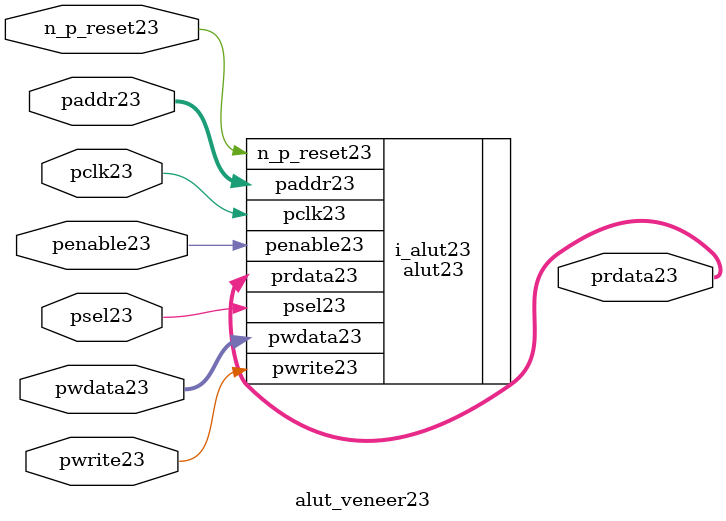
<source format=v>
module alut_veneer23
(   
   // Inputs23
   pclk23,
   n_p_reset23,
   psel23,            
   penable23,       
   pwrite23,         
   paddr23,           
   pwdata23,          

   // Outputs23
   prdata23  
);

   // APB23 Inputs23
   input             pclk23;               // APB23 clock23                          
   input             n_p_reset23;          // Reset23                              
   input             psel23;               // Module23 select23 signal23               
   input             penable23;            // Enable23 signal23                      
   input             pwrite23;             // Write when HIGH23 and read when LOW23  
   input [6:0]       paddr23;              // Address bus for read write         
   input [31:0]      pwdata23;             // APB23 write bus                      

   output [31:0]     prdata23;             // APB23 read bus                       


//-----------------------------------------------------------------------
//##############################################################################
// if the ALUT23 is NOT23 black23 boxed23 
//##############################################################################
`ifndef FV_KIT_BLACK_BOX_LUT23 


alut23 i_alut23 (
        //inputs23
        . n_p_reset23(n_p_reset23),
        . pclk23(pclk23),
        . psel23(psel23),
        . penable23(penable23),
        . pwrite23(pwrite23),
        . paddr23(paddr23[6:0]),
        . pwdata23(pwdata23),

        //outputs23
        . prdata23(prdata23)
);


`else 
//##############################################################################
// if the <module> is black23 boxed23 
//##############################################################################

   // APB23 Inputs23
   wire              pclk23;               // APB23 clock23                          
   wire              n_p_reset23;          // Reset23                              
   wire              psel23;               // Module23 select23 signal23               
   wire              penable23;            // Enable23 signal23                      
   wire              pwrite23;             // Write when HIGH23 and read when LOW23  
   wire  [6:0]       paddr23;              // Address bus for read write         
   wire  [31:0]      pwdata23;             // APB23 write bus                      

   reg   [31:0]      prdata23;             // APB23 read bus                       


`endif

endmodule

</source>
